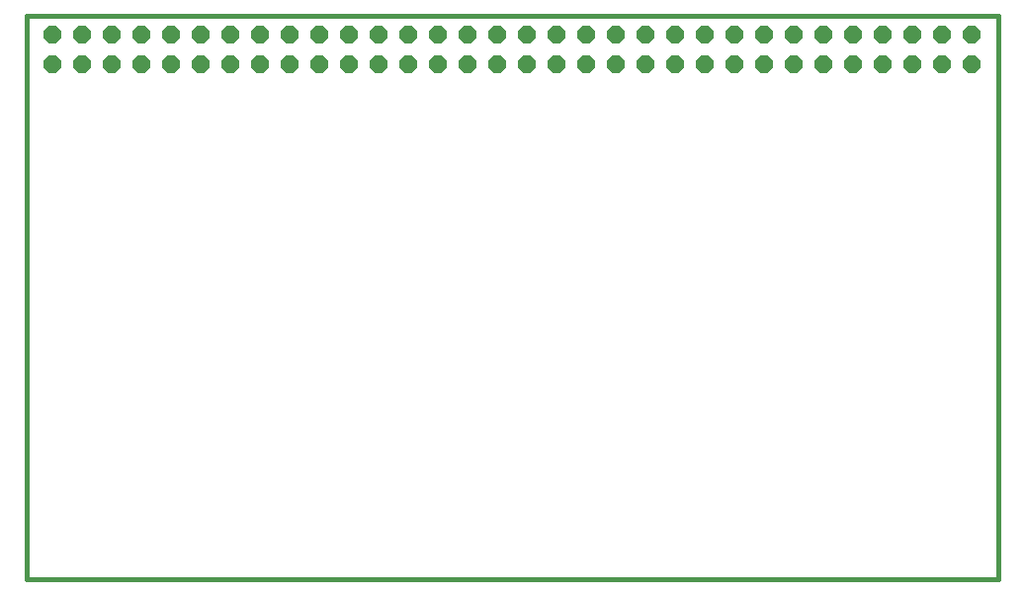
<source format=gbs>
G75*
G70*
%OFA0B0*%
%FSLAX24Y24*%
%IPPOS*%
%LPD*%
%AMOC8*
5,1,8,0,0,1.08239X$1,22.5*
%
%ADD10C,0.0160*%
%ADD11OC8,0.0600*%
D10*
X000187Y000189D02*
X000187Y019189D01*
X032937Y019189D01*
X032937Y000189D01*
X000187Y000189D01*
D11*
X001062Y017564D03*
X002062Y017564D03*
X003062Y017564D03*
X004062Y017564D03*
X005062Y017564D03*
X006062Y017564D03*
X007062Y017564D03*
X008062Y017564D03*
X009062Y017564D03*
X010062Y017564D03*
X011062Y017564D03*
X012062Y017564D03*
X013062Y017564D03*
X014062Y017564D03*
X015062Y017564D03*
X016062Y017564D03*
X017062Y017564D03*
X018062Y017564D03*
X019062Y017564D03*
X020062Y017564D03*
X021062Y017564D03*
X022062Y017564D03*
X023062Y017564D03*
X024062Y017564D03*
X025062Y017564D03*
X026062Y017564D03*
X027062Y017564D03*
X028062Y017564D03*
X029062Y017564D03*
X030062Y017564D03*
X031062Y017564D03*
X032062Y017564D03*
X032062Y018564D03*
X031062Y018564D03*
X030062Y018564D03*
X029062Y018564D03*
X028062Y018564D03*
X027062Y018564D03*
X026062Y018564D03*
X025062Y018564D03*
X024062Y018564D03*
X023062Y018564D03*
X022062Y018564D03*
X021062Y018564D03*
X020062Y018564D03*
X019062Y018564D03*
X018062Y018564D03*
X017062Y018564D03*
X016062Y018564D03*
X015062Y018564D03*
X014062Y018564D03*
X013062Y018564D03*
X012062Y018564D03*
X011062Y018564D03*
X010062Y018564D03*
X009062Y018564D03*
X008062Y018564D03*
X007062Y018564D03*
X006062Y018564D03*
X005062Y018564D03*
X004062Y018564D03*
X003062Y018564D03*
X002062Y018564D03*
X001062Y018564D03*
M02*

</source>
